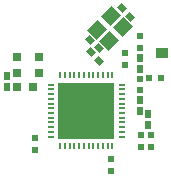
<source format=gtp>
%FSLAX24Y24*%
%MOIN*%
G70*
G01*
G75*
G04 Layer_Color=8421504*
%ADD10R,0.0197X0.0256*%
%ADD11R,0.0197X0.0236*%
%ADD12R,0.0236X0.0197*%
%ADD13R,0.0217X0.0236*%
G04:AMPARAMS|DCode=14|XSize=19.7mil|YSize=23.6mil|CornerRadius=0mil|HoleSize=0mil|Usage=FLASHONLY|Rotation=225.000|XOffset=0mil|YOffset=0mil|HoleType=Round|Shape=Rectangle|*
%AMROTATEDRECTD14*
4,1,4,-0.0014,0.0153,0.0153,-0.0014,0.0014,-0.0153,-0.0153,0.0014,-0.0014,0.0153,0.0*
%
%ADD14ROTATEDRECTD14*%

%ADD15R,0.0315X0.0295*%
%ADD16R,0.1850X0.1850*%
%ADD17O,0.0079X0.0256*%
%ADD18O,0.0256X0.0079*%
G04:AMPARAMS|DCode=19|XSize=47.2mil|YSize=43.3mil|CornerRadius=0mil|HoleSize=0mil|Usage=FLASHONLY|Rotation=225.000|XOffset=0mil|YOffset=0mil|HoleType=Round|Shape=Rectangle|*
%AMROTATEDRECTD19*
4,1,4,0.0014,0.0320,0.0320,0.0014,-0.0014,-0.0320,-0.0320,-0.0014,0.0014,0.0320,0.0*
%
%ADD19ROTATEDRECTD19*%

%ADD20R,0.0295X0.0315*%
%ADD21R,0.0400X0.0370*%
%ADD22C,0.0090*%
%ADD23C,0.0080*%
%ADD24C,0.0060*%
%ADD25C,0.0370*%
%ADD26C,0.0150*%
%ADD27C,0.0240*%
%ADD28C,0.0260*%
%ADD29C,0.0098*%
%ADD30C,0.0079*%
%ADD31C,0.0050*%
D10*
X1790Y347D02*
D03*
Y-27D02*
D03*
X2070Y-103D02*
D03*
Y-477D02*
D03*
X1790Y1767D02*
D03*
Y1393D02*
D03*
X-2640Y773D02*
D03*
Y1147D02*
D03*
D11*
X1790Y1067D02*
D03*
Y673D02*
D03*
X2170Y-1197D02*
D03*
Y-803D02*
D03*
X1790Y2487D02*
D03*
Y2093D02*
D03*
X1290Y1917D02*
D03*
Y1523D02*
D03*
X-1720Y-1317D02*
D03*
Y-923D02*
D03*
X1840Y-1197D02*
D03*
Y-803D02*
D03*
D12*
X2497Y1090D02*
D03*
X2103D02*
D03*
D13*
X810Y-2017D02*
D03*
Y-1623D02*
D03*
D14*
X131Y2359D02*
D03*
X409Y2081D02*
D03*
X151Y1939D02*
D03*
X429Y1661D02*
D03*
X1459Y3131D02*
D03*
X1181Y3409D02*
D03*
D15*
X-1590Y1776D02*
D03*
Y1244D02*
D03*
X-2300Y1776D02*
D03*
Y1244D02*
D03*
D16*
X-0Y0D02*
D03*
D17*
X-866Y1191D02*
D03*
X-709D02*
D03*
X-551D02*
D03*
X-394D02*
D03*
X-236D02*
D03*
X-79D02*
D03*
X79D02*
D03*
X236D02*
D03*
X394D02*
D03*
X551D02*
D03*
X709D02*
D03*
X866D02*
D03*
Y-1191D02*
D03*
X709D02*
D03*
X551D02*
D03*
X394D02*
D03*
X236D02*
D03*
X79D02*
D03*
X-79D02*
D03*
X-236D02*
D03*
X-394D02*
D03*
X-551D02*
D03*
X-709D02*
D03*
X-866D02*
D03*
D18*
X1191Y866D02*
D03*
Y709D02*
D03*
Y551D02*
D03*
Y394D02*
D03*
Y236D02*
D03*
Y79D02*
D03*
Y-79D02*
D03*
Y-236D02*
D03*
Y-394D02*
D03*
Y-551D02*
D03*
Y-709D02*
D03*
Y-866D02*
D03*
X-1191D02*
D03*
Y-709D02*
D03*
Y-551D02*
D03*
Y-394D02*
D03*
Y-236D02*
D03*
Y-79D02*
D03*
Y79D02*
D03*
Y236D02*
D03*
Y394D02*
D03*
Y551D02*
D03*
Y709D02*
D03*
Y866D02*
D03*
D19*
X358Y2698D02*
D03*
X748Y2308D02*
D03*
X832Y3171D02*
D03*
X1221Y2782D02*
D03*
D20*
X-2306Y800D02*
D03*
X-1774D02*
D03*
D21*
X2510Y1924D02*
D03*
M02*

</source>
